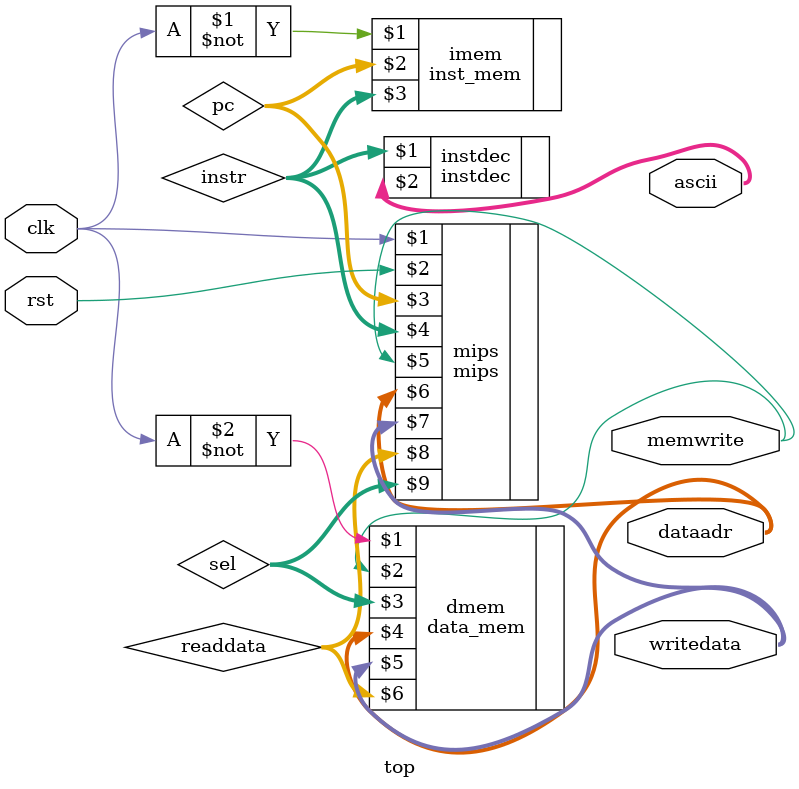
<source format=v>
`timescale 1ns / 1ps


module top(
	input wire clk,rst,
	output wire[31:0] writedata,dataadr,
	output wire memwrite,
	output wire [39:0] ascii
    );

	wire[31:0] pc,instr,readdata;
	wire[3:0] sel;
	instdec instdec(instr,ascii);
	mips mips(clk,rst,pc,instr,memwrite,dataadr,writedata,readdata,sel);
	inst_mem imem(~clk,pc[31:0],instr);
	data_mem dmem(~clk,memwrite,sel,dataadr,writedata,readdata);
endmodule


</source>
